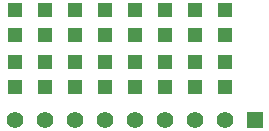
<source format=gts>
G04 (created by PCBNEW (2012-12-10 BZR 3841)-testing) date Tue 11 Dec 2012 12:44:15 PM CET*
%MOIN*%
G04 Gerber Fmt 3.4, Leading zero omitted, Abs format*
%FSLAX34Y34*%
G01*
G70*
G90*
G04 APERTURE LIST*
%ADD10C,0.006*%
%ADD11R,0.055X0.055*%
%ADD12C,0.055*%
%ADD13R,0.0472X0.0472*%
G04 APERTURE END LIST*
G54D10*
G54D11*
X40000Y-36000D03*
G54D12*
X39000Y-36000D03*
X38000Y-36000D03*
X37000Y-36000D03*
X36000Y-36000D03*
X35000Y-36000D03*
X34000Y-36000D03*
X33000Y-36000D03*
X32000Y-36000D03*
G54D13*
X32000Y-34087D03*
X32000Y-34913D03*
X38000Y-34087D03*
X38000Y-34913D03*
X33000Y-34087D03*
X33000Y-34913D03*
X34000Y-34087D03*
X34000Y-34913D03*
X35000Y-34087D03*
X35000Y-34913D03*
X36000Y-34087D03*
X36000Y-34913D03*
X37000Y-34087D03*
X37000Y-34913D03*
X39000Y-34087D03*
X39000Y-34913D03*
X32000Y-32337D03*
X32000Y-33163D03*
X33000Y-32337D03*
X33000Y-33163D03*
X34000Y-32337D03*
X34000Y-33163D03*
X35000Y-32337D03*
X35000Y-33163D03*
X36000Y-32337D03*
X36000Y-33163D03*
X37000Y-32337D03*
X37000Y-33163D03*
X38000Y-32337D03*
X38000Y-33163D03*
X39000Y-32337D03*
X39000Y-33163D03*
M02*

</source>
